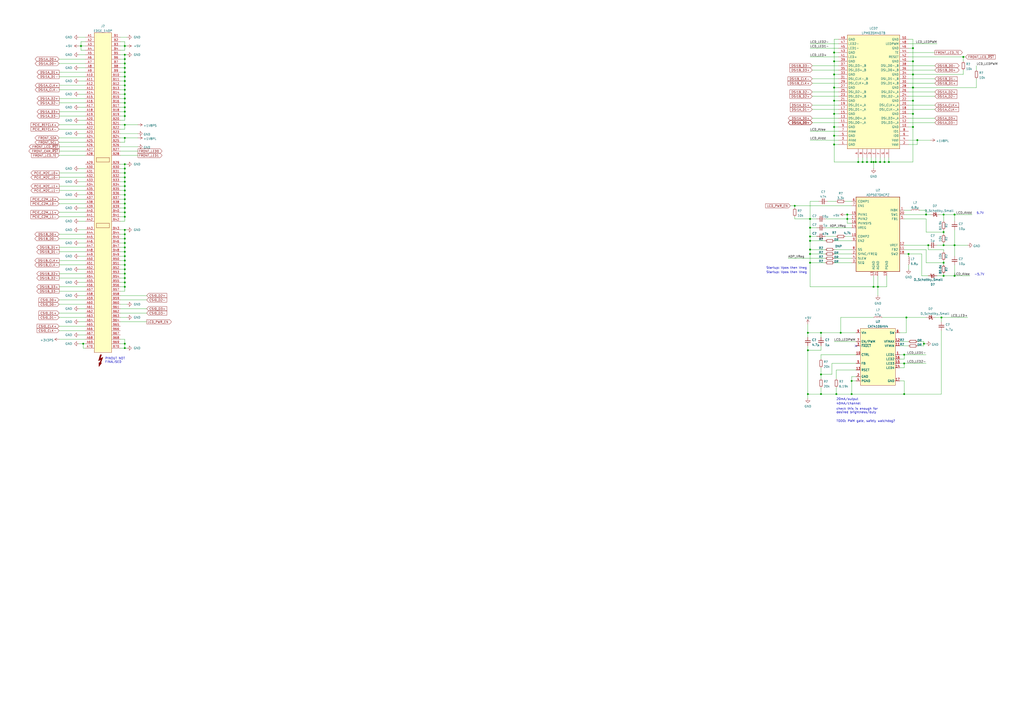
<source format=kicad_sch>
(kicad_sch (version 20210621) (generator eeschema)
  (paper "A2")
  (junction (at 46.99 26.67))
  (junction (at 48.26 199.39))
  (junction (at 72.39 26.67))
  (junction (at 72.39 31.75))
  (junction (at 72.39 34.29))
  (junction (at 72.39 36.83))
  (junction (at 72.39 39.37))
  (junction (at 72.39 41.91))
  (junction (at 72.39 44.45))
  (junction (at 72.39 46.99))
  (junction (at 72.39 49.53))
  (junction (at 72.39 52.07))
  (junction (at 72.39 54.61))
  (junction (at 72.39 57.15))
  (junction (at 72.39 59.69))
  (junction (at 72.39 62.23))
  (junction (at 72.39 64.77))
  (junction (at 72.39 67.31))
  (junction (at 72.39 72.39))
  (junction (at 72.39 80.01))
  (junction (at 72.39 95.25))
  (junction (at 72.39 97.79))
  (junction (at 72.39 100.33))
  (junction (at 72.39 102.87))
  (junction (at 72.39 105.41))
  (junction (at 72.39 107.95))
  (junction (at 72.39 110.49))
  (junction (at 72.39 113.03))
  (junction (at 72.39 115.57))
  (junction (at 72.39 118.11))
  (junction (at 72.39 120.65))
  (junction (at 72.39 123.19))
  (junction (at 72.39 125.73))
  (junction (at 72.39 133.35))
  (junction (at 72.39 135.89))
  (junction (at 72.39 138.43))
  (junction (at 72.39 140.97))
  (junction (at 72.39 143.51))
  (junction (at 72.39 146.05))
  (junction (at 72.39 148.59))
  (junction (at 72.39 151.13))
  (junction (at 72.39 153.67))
  (junction (at 72.39 156.21))
  (junction (at 72.39 158.75))
  (junction (at 72.39 161.29))
  (junction (at 72.39 163.83))
  (junction (at 72.39 166.37))
  (junction (at 72.39 199.39))
  (junction (at 72.39 201.93))
  (junction (at 461.01 119.38))
  (junction (at 468.63 193.04))
  (junction (at 468.63 203.2))
  (junction (at 468.63 228.6))
  (junction (at 469.9 127))
  (junction (at 469.9 132.08))
  (junction (at 469.9 137.16))
  (junction (at 469.9 139.7))
  (junction (at 469.9 144.78))
  (junction (at 469.9 147.32))
  (junction (at 469.9 152.4))
  (junction (at 476.25 193.04))
  (junction (at 476.25 217.17))
  (junction (at 476.25 228.6))
  (junction (at 483.87 30.48))
  (junction (at 483.87 35.56))
  (junction (at 483.87 43.18))
  (junction (at 483.87 50.8))
  (junction (at 483.87 58.42))
  (junction (at 483.87 66.04))
  (junction (at 483.87 73.66))
  (junction (at 483.87 78.74))
  (junction (at 483.87 83.82))
  (junction (at 485.14 228.6))
  (junction (at 487.68 193.04))
  (junction (at 491.49 124.46))
  (junction (at 491.49 127))
  (junction (at 494.03 220.98))
  (junction (at 494.03 228.6))
  (junction (at 497.84 93.98))
  (junction (at 500.38 93.98))
  (junction (at 502.92 93.98))
  (junction (at 505.46 93.98))
  (junction (at 506.73 93.98))
  (junction (at 506.73 166.37))
  (junction (at 508 93.98))
  (junction (at 509.27 166.37))
  (junction (at 510.54 93.98))
  (junction (at 513.08 93.98))
  (junction (at 515.62 93.98))
  (junction (at 524.51 205.74))
  (junction (at 524.51 210.82))
  (junction (at 524.51 228.6))
  (junction (at 525.78 184.15))
  (junction (at 527.05 147.32))
  (junction (at 529.59 27.94))
  (junction (at 529.59 35.56))
  (junction (at 529.59 43.18))
  (junction (at 529.59 50.8))
  (junction (at 529.59 58.42))
  (junction (at 529.59 66.04))
  (junction (at 529.59 73.66))
  (junction (at 532.13 81.28))
  (junction (at 535.94 199.39))
  (junction (at 537.21 124.46))
  (junction (at 538.48 142.24))
  (junction (at 546.1 184.15))
  (junction (at 547.37 124.46))
  (junction (at 547.37 134.62))
  (junction (at 547.37 142.24))
  (junction (at 547.37 152.4))
  (junction (at 547.37 160.02))
  (junction (at 553.72 124.46))
  (junction (at 553.72 142.24))
  (junction (at 553.72 160.02))
  (junction (at 558.8 33.02))
  (no_connect (at 496.57 200.66))
  (wire (pts (xy 34.29 34.29) (xy 49.53 34.29)))
  (wire (pts (xy 34.29 36.83) (xy 49.53 36.83)))
  (wire (pts (xy 34.29 41.91) (xy 49.53 41.91)))
  (wire (pts (xy 34.29 44.45) (xy 49.53 44.45)))
  (wire (pts (xy 34.29 49.53) (xy 49.53 49.53)))
  (wire (pts (xy 34.29 52.07) (xy 49.53 52.07)))
  (wire (pts (xy 34.29 57.15) (xy 49.53 57.15)))
  (wire (pts (xy 34.29 59.69) (xy 49.53 59.69)))
  (wire (pts (xy 34.29 64.77) (xy 49.53 64.77)))
  (wire (pts (xy 34.29 67.31) (xy 49.53 67.31)))
  (wire (pts (xy 34.29 72.39) (xy 49.53 72.39)))
  (wire (pts (xy 34.29 74.93) (xy 49.53 74.93)))
  (wire (pts (xy 34.29 80.01) (xy 49.53 80.01)))
  (wire (pts (xy 34.29 82.55) (xy 49.53 82.55)))
  (wire (pts (xy 34.29 85.09) (xy 49.53 85.09)))
  (wire (pts (xy 34.29 87.63) (xy 49.53 87.63)))
  (wire (pts (xy 34.29 90.17) (xy 49.53 90.17)))
  (wire (pts (xy 34.29 100.33) (xy 49.53 100.33)))
  (wire (pts (xy 34.29 102.87) (xy 49.53 102.87)))
  (wire (pts (xy 34.29 107.95) (xy 49.53 107.95)))
  (wire (pts (xy 34.29 110.49) (xy 49.53 110.49)))
  (wire (pts (xy 34.29 115.57) (xy 49.53 115.57)))
  (wire (pts (xy 34.29 118.11) (xy 49.53 118.11)))
  (wire (pts (xy 34.29 123.19) (xy 49.53 123.19)))
  (wire (pts (xy 34.29 125.73) (xy 49.53 125.73)))
  (wire (pts (xy 34.29 135.89) (xy 49.53 135.89)))
  (wire (pts (xy 34.29 138.43) (xy 49.53 138.43)))
  (wire (pts (xy 34.29 143.51) (xy 49.53 143.51)))
  (wire (pts (xy 34.29 146.05) (xy 49.53 146.05)))
  (wire (pts (xy 34.29 151.13) (xy 49.53 151.13)))
  (wire (pts (xy 34.29 153.67) (xy 49.53 153.67)))
  (wire (pts (xy 34.29 158.75) (xy 49.53 158.75)))
  (wire (pts (xy 34.29 161.29) (xy 49.53 161.29)))
  (wire (pts (xy 34.29 166.37) (xy 49.53 166.37)))
  (wire (pts (xy 34.29 168.91) (xy 49.53 168.91)))
  (wire (pts (xy 34.29 173.99) (xy 49.53 173.99)))
  (wire (pts (xy 34.29 176.53) (xy 49.53 176.53)))
  (wire (pts (xy 34.29 181.61) (xy 49.53 181.61)))
  (wire (pts (xy 34.29 184.15) (xy 49.53 184.15)))
  (wire (pts (xy 34.29 189.23) (xy 49.53 189.23)))
  (wire (pts (xy 34.29 191.77) (xy 49.53 191.77)))
  (wire (pts (xy 34.29 196.85) (xy 49.53 196.85)))
  (wire (pts (xy 45.72 21.59) (xy 49.53 21.59)))
  (wire (pts (xy 45.72 26.67) (xy 46.99 26.67)))
  (wire (pts (xy 45.72 31.75) (xy 49.53 31.75)))
  (wire (pts (xy 45.72 39.37) (xy 49.53 39.37)))
  (wire (pts (xy 45.72 46.99) (xy 49.53 46.99)))
  (wire (pts (xy 45.72 54.61) (xy 49.53 54.61)))
  (wire (pts (xy 45.72 62.23) (xy 49.53 62.23)))
  (wire (pts (xy 45.72 69.85) (xy 49.53 69.85)))
  (wire (pts (xy 45.72 77.47) (xy 49.53 77.47)))
  (wire (pts (xy 45.72 97.79) (xy 49.53 97.79)))
  (wire (pts (xy 45.72 105.41) (xy 49.53 105.41)))
  (wire (pts (xy 45.72 113.03) (xy 49.53 113.03)))
  (wire (pts (xy 45.72 120.65) (xy 49.53 120.65)))
  (wire (pts (xy 45.72 128.27) (xy 49.53 128.27)))
  (wire (pts (xy 45.72 133.35) (xy 49.53 133.35)))
  (wire (pts (xy 45.72 140.97) (xy 49.53 140.97)))
  (wire (pts (xy 45.72 148.59) (xy 49.53 148.59)))
  (wire (pts (xy 45.72 156.21) (xy 49.53 156.21)))
  (wire (pts (xy 45.72 163.83) (xy 49.53 163.83)))
  (wire (pts (xy 45.72 171.45) (xy 49.53 171.45)))
  (wire (pts (xy 45.72 179.07) (xy 49.53 179.07)))
  (wire (pts (xy 45.72 186.69) (xy 49.53 186.69)))
  (wire (pts (xy 45.72 194.31) (xy 49.53 194.31)))
  (wire (pts (xy 45.72 199.39) (xy 48.26 199.39)))
  (wire (pts (xy 46.99 24.13) (xy 46.99 26.67)))
  (wire (pts (xy 46.99 24.13) (xy 49.53 24.13)))
  (wire (pts (xy 46.99 29.21) (xy 46.99 26.67)))
  (wire (pts (xy 48.26 199.39) (xy 49.53 199.39)))
  (wire (pts (xy 48.26 201.93) (xy 48.26 199.39)))
  (wire (pts (xy 49.53 26.67) (xy 46.99 26.67)))
  (wire (pts (xy 49.53 29.21) (xy 46.99 29.21)))
  (wire (pts (xy 49.53 201.93) (xy 48.26 201.93)))
  (wire (pts (xy 69.85 24.13) (xy 72.39 24.13)))
  (wire (pts (xy 69.85 26.67) (xy 72.39 26.67)))
  (wire (pts (xy 69.85 36.83) (xy 72.39 36.83)))
  (wire (pts (xy 69.85 39.37) (xy 72.39 39.37)))
  (wire (pts (xy 69.85 41.91) (xy 72.39 41.91)))
  (wire (pts (xy 69.85 44.45) (xy 72.39 44.45)))
  (wire (pts (xy 69.85 46.99) (xy 72.39 46.99)))
  (wire (pts (xy 69.85 49.53) (xy 72.39 49.53)))
  (wire (pts (xy 69.85 52.07) (xy 72.39 52.07)))
  (wire (pts (xy 69.85 54.61) (xy 72.39 54.61)))
  (wire (pts (xy 69.85 57.15) (xy 72.39 57.15)))
  (wire (pts (xy 69.85 59.69) (xy 72.39 59.69)))
  (wire (pts (xy 69.85 62.23) (xy 72.39 62.23)))
  (wire (pts (xy 69.85 64.77) (xy 72.39 64.77)))
  (wire (pts (xy 69.85 67.31) (xy 72.39 67.31)))
  (wire (pts (xy 69.85 72.39) (xy 72.39 72.39)))
  (wire (pts (xy 69.85 77.47) (xy 80.01 77.47)))
  (wire (pts (xy 69.85 80.01) (xy 72.39 80.01)))
  (wire (pts (xy 69.85 85.09) (xy 80.01 85.09)))
  (wire (pts (xy 69.85 87.63) (xy 80.01 87.63)))
  (wire (pts (xy 69.85 90.17) (xy 80.01 90.17)))
  (wire (pts (xy 69.85 95.25) (xy 72.39 95.25)))
  (wire (pts (xy 69.85 97.79) (xy 72.39 97.79)))
  (wire (pts (xy 69.85 100.33) (xy 72.39 100.33)))
  (wire (pts (xy 69.85 102.87) (xy 72.39 102.87)))
  (wire (pts (xy 69.85 105.41) (xy 72.39 105.41)))
  (wire (pts (xy 69.85 107.95) (xy 72.39 107.95)))
  (wire (pts (xy 69.85 110.49) (xy 72.39 110.49)))
  (wire (pts (xy 69.85 113.03) (xy 72.39 113.03)))
  (wire (pts (xy 69.85 115.57) (xy 72.39 115.57)))
  (wire (pts (xy 69.85 118.11) (xy 72.39 118.11)))
  (wire (pts (xy 69.85 120.65) (xy 72.39 120.65)))
  (wire (pts (xy 69.85 123.19) (xy 72.39 123.19)))
  (wire (pts (xy 69.85 125.73) (xy 72.39 125.73)))
  (wire (pts (xy 69.85 138.43) (xy 72.39 138.43)))
  (wire (pts (xy 69.85 140.97) (xy 72.39 140.97)))
  (wire (pts (xy 69.85 143.51) (xy 72.39 143.51)))
  (wire (pts (xy 69.85 146.05) (xy 72.39 146.05)))
  (wire (pts (xy 69.85 148.59) (xy 72.39 148.59)))
  (wire (pts (xy 69.85 151.13) (xy 72.39 151.13)))
  (wire (pts (xy 69.85 153.67) (xy 72.39 153.67)))
  (wire (pts (xy 69.85 156.21) (xy 72.39 156.21)))
  (wire (pts (xy 69.85 158.75) (xy 72.39 158.75)))
  (wire (pts (xy 69.85 161.29) (xy 72.39 161.29)))
  (wire (pts (xy 69.85 163.83) (xy 72.39 163.83)))
  (wire (pts (xy 69.85 166.37) (xy 72.39 166.37)))
  (wire (pts (xy 69.85 168.91) (xy 72.39 168.91)))
  (wire (pts (xy 69.85 186.69) (xy 85.09 186.69)))
  (wire (pts (xy 69.85 199.39) (xy 72.39 199.39)))
  (wire (pts (xy 69.85 201.93) (xy 72.39 201.93)))
  (wire (pts (xy 72.39 24.13) (xy 72.39 26.67)))
  (wire (pts (xy 72.39 29.21) (xy 69.85 29.21)))
  (wire (pts (xy 72.39 29.21) (xy 72.39 26.67)))
  (wire (pts (xy 72.39 31.75) (xy 69.85 31.75)))
  (wire (pts (xy 72.39 31.75) (xy 72.39 34.29)))
  (wire (pts (xy 72.39 34.29) (xy 69.85 34.29)))
  (wire (pts (xy 72.39 34.29) (xy 72.39 36.83)))
  (wire (pts (xy 72.39 36.83) (xy 72.39 39.37)))
  (wire (pts (xy 72.39 39.37) (xy 72.39 41.91)))
  (wire (pts (xy 72.39 41.91) (xy 72.39 44.45)))
  (wire (pts (xy 72.39 44.45) (xy 72.39 46.99)))
  (wire (pts (xy 72.39 46.99) (xy 72.39 49.53)))
  (wire (pts (xy 72.39 49.53) (xy 72.39 52.07)))
  (wire (pts (xy 72.39 52.07) (xy 72.39 54.61)))
  (wire (pts (xy 72.39 54.61) (xy 72.39 57.15)))
  (wire (pts (xy 72.39 57.15) (xy 72.39 59.69)))
  (wire (pts (xy 72.39 59.69) (xy 72.39 62.23)))
  (wire (pts (xy 72.39 62.23) (xy 72.39 64.77)))
  (wire (pts (xy 72.39 64.77) (xy 72.39 67.31)))
  (wire (pts (xy 72.39 67.31) (xy 72.39 69.85)))
  (wire (pts (xy 72.39 69.85) (xy 69.85 69.85)))
  (wire (pts (xy 72.39 72.39) (xy 72.39 74.93)))
  (wire (pts (xy 72.39 72.39) (xy 80.01 72.39)))
  (wire (pts (xy 72.39 74.93) (xy 69.85 74.93)))
  (wire (pts (xy 72.39 80.01) (xy 72.39 82.55)))
  (wire (pts (xy 72.39 80.01) (xy 80.01 80.01)))
  (wire (pts (xy 72.39 82.55) (xy 69.85 82.55)))
  (wire (pts (xy 72.39 95.25) (xy 72.39 97.79)))
  (wire (pts (xy 72.39 95.25) (xy 73.66 95.25)))
  (wire (pts (xy 72.39 97.79) (xy 72.39 100.33)))
  (wire (pts (xy 72.39 100.33) (xy 72.39 102.87)))
  (wire (pts (xy 72.39 102.87) (xy 72.39 105.41)))
  (wire (pts (xy 72.39 105.41) (xy 72.39 107.95)))
  (wire (pts (xy 72.39 107.95) (xy 72.39 110.49)))
  (wire (pts (xy 72.39 110.49) (xy 72.39 113.03)))
  (wire (pts (xy 72.39 113.03) (xy 72.39 115.57)))
  (wire (pts (xy 72.39 115.57) (xy 72.39 118.11)))
  (wire (pts (xy 72.39 118.11) (xy 72.39 120.65)))
  (wire (pts (xy 72.39 120.65) (xy 72.39 123.19)))
  (wire (pts (xy 72.39 123.19) (xy 72.39 125.73)))
  (wire (pts (xy 72.39 125.73) (xy 72.39 128.27)))
  (wire (pts (xy 72.39 128.27) (xy 69.85 128.27)))
  (wire (pts (xy 72.39 133.35) (xy 69.85 133.35)))
  (wire (pts (xy 72.39 133.35) (xy 72.39 135.89)))
  (wire (pts (xy 72.39 135.89) (xy 69.85 135.89)))
  (wire (pts (xy 72.39 135.89) (xy 72.39 138.43)))
  (wire (pts (xy 72.39 138.43) (xy 72.39 140.97)))
  (wire (pts (xy 72.39 140.97) (xy 72.39 143.51)))
  (wire (pts (xy 72.39 143.51) (xy 72.39 146.05)))
  (wire (pts (xy 72.39 146.05) (xy 72.39 148.59)))
  (wire (pts (xy 72.39 148.59) (xy 72.39 151.13)))
  (wire (pts (xy 72.39 151.13) (xy 72.39 153.67)))
  (wire (pts (xy 72.39 153.67) (xy 72.39 156.21)))
  (wire (pts (xy 72.39 156.21) (xy 72.39 158.75)))
  (wire (pts (xy 72.39 158.75) (xy 72.39 161.29)))
  (wire (pts (xy 72.39 161.29) (xy 72.39 163.83)))
  (wire (pts (xy 72.39 163.83) (xy 72.39 166.37)))
  (wire (pts (xy 72.39 166.37) (xy 72.39 168.91)))
  (wire (pts (xy 72.39 196.85) (xy 69.85 196.85)))
  (wire (pts (xy 72.39 199.39) (xy 72.39 196.85)))
  (wire (pts (xy 72.39 199.39) (xy 72.39 201.93)))
  (wire (pts (xy 72.39 201.93) (xy 73.66 201.93)))
  (wire (pts (xy 73.66 21.59) (xy 69.85 21.59)))
  (wire (pts (xy 73.66 26.67) (xy 72.39 26.67)))
  (wire (pts (xy 73.66 31.75) (xy 72.39 31.75)))
  (wire (pts (xy 73.66 133.35) (xy 72.39 133.35)))
  (wire (pts (xy 73.66 176.53) (xy 69.85 176.53)))
  (wire (pts (xy 73.66 184.15) (xy 69.85 184.15)))
  (wire (pts (xy 85.09 171.45) (xy 69.85 171.45)))
  (wire (pts (xy 85.09 173.99) (xy 69.85 173.99)))
  (wire (pts (xy 85.09 179.07) (xy 69.85 179.07)))
  (wire (pts (xy 85.09 181.61) (xy 69.85 181.61)))
  (wire (pts (xy 457.2 149.86) (xy 478.79 149.86)))
  (wire (pts (xy 458.47 119.38) (xy 461.01 119.38)))
  (wire (pts (xy 461.01 119.38) (xy 461.01 120.65)))
  (wire (pts (xy 461.01 119.38) (xy 494.03 119.38)))
  (wire (pts (xy 461.01 127) (xy 461.01 125.73)))
  (wire (pts (xy 468.63 187.96) (xy 468.63 193.04)))
  (wire (pts (xy 468.63 193.04) (xy 468.63 195.58)))
  (wire (pts (xy 468.63 193.04) (xy 476.25 193.04)))
  (wire (pts (xy 468.63 203.2) (xy 468.63 200.66)))
  (wire (pts (xy 468.63 203.2) (xy 468.63 228.6)))
  (wire (pts (xy 468.63 228.6) (xy 468.63 231.14)))
  (wire (pts (xy 468.63 228.6) (xy 476.25 228.6)))
  (wire (pts (xy 469.9 25.4) (xy 486.41 25.4)))
  (wire (pts (xy 469.9 27.94) (xy 486.41 27.94)))
  (wire (pts (xy 469.9 33.02) (xy 486.41 33.02)))
  (wire (pts (xy 469.9 76.2) (xy 486.41 76.2)))
  (wire (pts (xy 469.9 81.28) (xy 486.41 81.28)))
  (wire (pts (xy 469.9 116.84) (xy 474.98 116.84)))
  (wire (pts (xy 469.9 127) (xy 461.01 127)))
  (wire (pts (xy 469.9 127) (xy 469.9 116.84)))
  (wire (pts (xy 469.9 127) (xy 469.9 132.08)))
  (wire (pts (xy 469.9 127) (xy 473.71 127)))
  (wire (pts (xy 469.9 132.08) (xy 469.9 137.16)))
  (wire (pts (xy 469.9 132.08) (xy 473.71 132.08)))
  (wire (pts (xy 469.9 137.16) (xy 473.71 137.16)))
  (wire (pts (xy 469.9 139.7) (xy 469.9 137.16)))
  (wire (pts (xy 469.9 139.7) (xy 478.79 139.7)))
  (wire (pts (xy 469.9 144.78) (xy 469.9 139.7)))
  (wire (pts (xy 469.9 144.78) (xy 469.9 147.32)))
  (wire (pts (xy 469.9 147.32) (xy 478.79 147.32)))
  (wire (pts (xy 469.9 152.4) (xy 469.9 147.32)))
  (wire (pts (xy 469.9 152.4) (xy 469.9 166.37)))
  (wire (pts (xy 469.9 166.37) (xy 506.73 166.37)))
  (wire (pts (xy 471.17 38.1) (xy 486.41 38.1)))
  (wire (pts (xy 471.17 40.64) (xy 486.41 40.64)))
  (wire (pts (xy 471.17 45.72) (xy 486.41 45.72)))
  (wire (pts (xy 471.17 48.26) (xy 486.41 48.26)))
  (wire (pts (xy 471.17 53.34) (xy 486.41 53.34)))
  (wire (pts (xy 471.17 55.88) (xy 486.41 55.88)))
  (wire (pts (xy 471.17 60.96) (xy 486.41 60.96)))
  (wire (pts (xy 471.17 63.5) (xy 486.41 63.5)))
  (wire (pts (xy 471.17 68.58) (xy 486.41 68.58)))
  (wire (pts (xy 471.17 71.12) (xy 486.41 71.12)))
  (wire (pts (xy 476.25 193.04) (xy 476.25 195.58)))
  (wire (pts (xy 476.25 193.04) (xy 487.68 193.04)))
  (wire (pts (xy 476.25 200.66) (xy 476.25 203.2)))
  (wire (pts (xy 476.25 203.2) (xy 468.63 203.2)))
  (wire (pts (xy 476.25 205.74) (xy 496.57 205.74)))
  (wire (pts (xy 476.25 208.28) (xy 476.25 205.74)))
  (wire (pts (xy 476.25 213.36) (xy 476.25 217.17)))
  (wire (pts (xy 476.25 217.17) (xy 476.25 219.71)))
  (wire (pts (xy 476.25 224.79) (xy 476.25 228.6)))
  (wire (pts (xy 476.25 228.6) (xy 485.14 228.6)))
  (wire (pts (xy 478.79 127) (xy 491.49 127)))
  (wire (pts (xy 478.79 132.08) (xy 494.03 132.08)))
  (wire (pts (xy 478.79 137.16) (xy 485.14 137.16)))
  (wire (pts (xy 478.79 144.78) (xy 469.9 144.78)))
  (wire (pts (xy 478.79 152.4) (xy 469.9 152.4)))
  (wire (pts (xy 480.06 116.84) (xy 485.14 116.84)))
  (wire (pts (xy 482.6 210.82) (xy 482.6 217.17)))
  (wire (pts (xy 482.6 217.17) (xy 476.25 217.17)))
  (wire (pts (xy 483.87 22.86) (xy 486.41 22.86)))
  (wire (pts (xy 483.87 30.48) (xy 483.87 22.86)))
  (wire (pts (xy 483.87 30.48) (xy 486.41 30.48)))
  (wire (pts (xy 483.87 35.56) (xy 483.87 30.48)))
  (wire (pts (xy 483.87 35.56) (xy 486.41 35.56)))
  (wire (pts (xy 483.87 43.18) (xy 483.87 35.56)))
  (wire (pts (xy 483.87 43.18) (xy 486.41 43.18)))
  (wire (pts (xy 483.87 50.8) (xy 483.87 43.18)))
  (wire (pts (xy 483.87 50.8) (xy 486.41 50.8)))
  (wire (pts (xy 483.87 58.42) (xy 483.87 50.8)))
  (wire (pts (xy 483.87 58.42) (xy 486.41 58.42)))
  (wire (pts (xy 483.87 66.04) (xy 483.87 58.42)))
  (wire (pts (xy 483.87 66.04) (xy 486.41 66.04)))
  (wire (pts (xy 483.87 73.66) (xy 483.87 66.04)))
  (wire (pts (xy 483.87 73.66) (xy 486.41 73.66)))
  (wire (pts (xy 483.87 78.74) (xy 483.87 73.66)))
  (wire (pts (xy 483.87 78.74) (xy 486.41 78.74)))
  (wire (pts (xy 483.87 83.82) (xy 483.87 78.74)))
  (wire (pts (xy 483.87 83.82) (xy 486.41 83.82)))
  (wire (pts (xy 483.87 93.98) (xy 483.87 83.82)))
  (wire (pts (xy 483.87 139.7) (xy 494.03 139.7)))
  (wire (pts (xy 483.87 144.78) (xy 494.03 144.78)))
  (wire (pts (xy 483.87 147.32) (xy 494.03 147.32)))
  (wire (pts (xy 483.87 149.86) (xy 494.03 149.86)))
  (wire (pts (xy 483.87 152.4) (xy 494.03 152.4)))
  (wire (pts (xy 483.87 198.12) (xy 496.57 198.12)))
  (wire (pts (xy 485.14 214.63) (xy 496.57 214.63)))
  (wire (pts (xy 485.14 219.71) (xy 485.14 214.63)))
  (wire (pts (xy 485.14 224.79) (xy 485.14 228.6)))
  (wire (pts (xy 485.14 228.6) (xy 494.03 228.6)))
  (wire (pts (xy 487.68 184.15) (xy 487.68 193.04)))
  (wire (pts (xy 487.68 193.04) (xy 496.57 193.04)))
  (wire (pts (xy 490.22 116.84) (xy 494.03 116.84)))
  (wire (pts (xy 490.22 124.46) (xy 491.49 124.46)))
  (wire (pts (xy 490.22 137.16) (xy 494.03 137.16)))
  (wire (pts (xy 491.49 124.46) (xy 494.03 124.46)))
  (wire (pts (xy 491.49 127) (xy 491.49 124.46)))
  (wire (pts (xy 491.49 129.54) (xy 491.49 127)))
  (wire (pts (xy 494.03 127) (xy 491.49 127)))
  (wire (pts (xy 494.03 129.54) (xy 491.49 129.54)))
  (wire (pts (xy 494.03 218.44) (xy 496.57 218.44)))
  (wire (pts (xy 494.03 220.98) (xy 494.03 218.44)))
  (wire (pts (xy 494.03 220.98) (xy 496.57 220.98)))
  (wire (pts (xy 494.03 228.6) (xy 494.03 220.98)))
  (wire (pts (xy 494.03 228.6) (xy 524.51 228.6)))
  (wire (pts (xy 496.57 210.82) (xy 482.6 210.82)))
  (wire (pts (xy 497.84 93.98) (xy 483.87 93.98)))
  (wire (pts (xy 497.84 93.98) (xy 497.84 91.44)))
  (wire (pts (xy 497.84 93.98) (xy 500.38 93.98)))
  (wire (pts (xy 500.38 91.44) (xy 500.38 93.98)))
  (wire (pts (xy 500.38 93.98) (xy 502.92 93.98)))
  (wire (pts (xy 502.92 91.44) (xy 502.92 93.98)))
  (wire (pts (xy 502.92 93.98) (xy 505.46 93.98)))
  (wire (pts (xy 505.46 91.44) (xy 505.46 93.98)))
  (wire (pts (xy 505.46 93.98) (xy 506.73 93.98)))
  (wire (pts (xy 506.73 97.79) (xy 506.73 93.98)))
  (wire (pts (xy 506.73 160.02) (xy 506.73 166.37)))
  (wire (pts (xy 506.73 166.37) (xy 509.27 166.37)))
  (wire (pts (xy 506.73 184.15) (xy 487.68 184.15)))
  (wire (pts (xy 508 91.44) (xy 508 93.98)))
  (wire (pts (xy 508 93.98) (xy 506.73 93.98)))
  (wire (pts (xy 508 93.98) (xy 510.54 93.98)))
  (wire (pts (xy 509.27 160.02) (xy 509.27 166.37)))
  (wire (pts (xy 509.27 166.37) (xy 509.27 171.45)))
  (wire (pts (xy 509.27 166.37) (xy 514.35 166.37)))
  (wire (pts (xy 510.54 93.98) (xy 510.54 91.44)))
  (wire (pts (xy 511.81 184.15) (xy 525.78 184.15)))
  (wire (pts (xy 513.08 91.44) (xy 513.08 93.98)))
  (wire (pts (xy 513.08 93.98) (xy 510.54 93.98)))
  (wire (pts (xy 513.08 93.98) (xy 515.62 93.98)))
  (wire (pts (xy 514.35 166.37) (xy 514.35 160.02)))
  (wire (pts (xy 515.62 93.98) (xy 515.62 91.44)))
  (wire (pts (xy 515.62 93.98) (xy 529.59 93.98)))
  (wire (pts (xy 521.97 198.12) (xy 527.05 198.12)))
  (wire (pts (xy 521.97 200.66) (xy 527.05 200.66)))
  (wire (pts (xy 521.97 205.74) (xy 524.51 205.74)))
  (wire (pts (xy 521.97 213.36) (xy 524.51 213.36)))
  (wire (pts (xy 524.51 121.92) (xy 528.32 121.92)))
  (wire (pts (xy 524.51 124.46) (xy 537.21 124.46)))
  (wire (pts (xy 524.51 127) (xy 537.21 127)))
  (wire (pts (xy 524.51 142.24) (xy 538.48 142.24)))
  (wire (pts (xy 524.51 147.32) (xy 527.05 147.32)))
  (wire (pts (xy 524.51 205.74) (xy 524.51 208.28)))
  (wire (pts (xy 524.51 205.74) (xy 537.21 205.74)))
  (wire (pts (xy 524.51 208.28) (xy 521.97 208.28)))
  (wire (pts (xy 524.51 210.82) (xy 521.97 210.82)))
  (wire (pts (xy 524.51 210.82) (xy 537.21 210.82)))
  (wire (pts (xy 524.51 213.36) (xy 524.51 210.82)))
  (wire (pts (xy 524.51 220.98) (xy 521.97 220.98)))
  (wire (pts (xy 524.51 228.6) (xy 524.51 220.98)))
  (wire (pts (xy 525.78 184.15) (xy 525.78 193.04)))
  (wire (pts (xy 525.78 184.15) (xy 537.21 184.15)))
  (wire (pts (xy 525.78 193.04) (xy 521.97 193.04)))
  (wire (pts (xy 527.05 25.4) (xy 543.56 25.4)))
  (wire (pts (xy 527.05 27.94) (xy 529.59 27.94)))
  (wire (pts (xy 527.05 30.48) (xy 542.29 30.48)))
  (wire (pts (xy 527.05 33.02) (xy 558.8 33.02)))
  (wire (pts (xy 527.05 35.56) (xy 529.59 35.56)))
  (wire (pts (xy 527.05 43.18) (xy 529.59 43.18)))
  (wire (pts (xy 527.05 50.8) (xy 529.59 50.8)))
  (wire (pts (xy 527.05 58.42) (xy 529.59 58.42)))
  (wire (pts (xy 527.05 66.04) (xy 529.59 66.04)))
  (wire (pts (xy 527.05 73.66) (xy 529.59 73.66)))
  (wire (pts (xy 527.05 81.28) (xy 532.13 81.28)))
  (wire (pts (xy 527.05 83.82) (xy 532.13 83.82)))
  (wire (pts (xy 527.05 147.32) (xy 527.05 148.59)))
  (wire (pts (xy 527.05 153.67) (xy 527.05 156.21)))
  (wire (pts (xy 529.59 22.86) (xy 527.05 22.86)))
  (wire (pts (xy 529.59 27.94) (xy 529.59 22.86)))
  (wire (pts (xy 529.59 35.56) (xy 529.59 27.94)))
  (wire (pts (xy 529.59 43.18) (xy 529.59 35.56)))
  (wire (pts (xy 529.59 50.8) (xy 529.59 43.18)))
  (wire (pts (xy 529.59 50.8) (xy 566.42 50.8)))
  (wire (pts (xy 529.59 58.42) (xy 529.59 50.8)))
  (wire (pts (xy 529.59 66.04) (xy 529.59 58.42)))
  (wire (pts (xy 529.59 73.66) (xy 529.59 66.04)))
  (wire (pts (xy 529.59 93.98) (xy 529.59 73.66)))
  (wire (pts (xy 532.13 81.28) (xy 532.13 83.82)))
  (wire (pts (xy 532.13 81.28) (xy 539.75 81.28)))
  (wire (pts (xy 532.13 198.12) (xy 535.94 198.12)))
  (wire (pts (xy 532.13 200.66) (xy 535.94 200.66)))
  (wire (pts (xy 534.67 147.32) (xy 527.05 147.32)))
  (wire (pts (xy 534.67 160.02) (xy 534.67 147.32)))
  (wire (pts (xy 535.94 198.12) (xy 535.94 199.39)))
  (wire (pts (xy 535.94 199.39) (xy 535.94 200.66)))
  (wire (pts (xy 535.94 199.39) (xy 537.21 199.39)))
  (wire (pts (xy 537.21 121.92) (xy 533.4 121.92)))
  (wire (pts (xy 537.21 124.46) (xy 537.21 121.92)))
  (wire (pts (xy 537.21 124.46) (xy 539.75 124.46)))
  (wire (pts (xy 537.21 134.62) (xy 537.21 127)))
  (wire (pts (xy 537.21 144.78) (xy 524.51 144.78)))
  (wire (pts (xy 537.21 152.4) (xy 537.21 144.78)))
  (wire (pts (xy 538.48 144.78) (xy 538.48 142.24)))
  (wire (pts (xy 538.48 160.02) (xy 534.67 160.02)))
  (wire (pts (xy 542.29 38.1) (xy 527.05 38.1)))
  (wire (pts (xy 542.29 40.64) (xy 527.05 40.64)))
  (wire (pts (xy 542.29 45.72) (xy 527.05 45.72)))
  (wire (pts (xy 542.29 48.26) (xy 527.05 48.26)))
  (wire (pts (xy 542.29 53.34) (xy 527.05 53.34)))
  (wire (pts (xy 542.29 55.88) (xy 527.05 55.88)))
  (wire (pts (xy 542.29 60.96) (xy 527.05 60.96)))
  (wire (pts (xy 542.29 63.5) (xy 527.05 63.5)))
  (wire (pts (xy 542.29 68.58) (xy 527.05 68.58)))
  (wire (pts (xy 542.29 71.12) (xy 527.05 71.12)))
  (wire (pts (xy 543.56 142.24) (xy 547.37 142.24)))
  (wire (pts (xy 543.56 160.02) (xy 547.37 160.02)))
  (wire (pts (xy 544.83 124.46) (xy 547.37 124.46)))
  (wire (pts (xy 546.1 184.15) (xy 542.29 184.15)))
  (wire (pts (xy 546.1 184.15) (xy 561.34 184.15)))
  (wire (pts (xy 546.1 186.69) (xy 546.1 184.15)))
  (wire (pts (xy 546.1 191.77) (xy 546.1 228.6)))
  (wire (pts (xy 546.1 228.6) (xy 524.51 228.6)))
  (wire (pts (xy 547.37 124.46) (xy 547.37 128.27)))
  (wire (pts (xy 547.37 133.35) (xy 547.37 134.62)))
  (wire (pts (xy 547.37 134.62) (xy 537.21 134.62)))
  (wire (pts (xy 547.37 134.62) (xy 547.37 135.89)))
  (wire (pts (xy 547.37 140.97) (xy 547.37 142.24)))
  (wire (pts (xy 547.37 142.24) (xy 553.72 142.24)))
  (wire (pts (xy 547.37 144.78) (xy 538.48 144.78)))
  (wire (pts (xy 547.37 146.05) (xy 547.37 144.78)))
  (wire (pts (xy 547.37 151.13) (xy 547.37 152.4)))
  (wire (pts (xy 547.37 152.4) (xy 537.21 152.4)))
  (wire (pts (xy 547.37 152.4) (xy 547.37 153.67)))
  (wire (pts (xy 547.37 158.75) (xy 547.37 160.02)))
  (wire (pts (xy 547.37 160.02) (xy 553.72 160.02)))
  (wire (pts (xy 553.72 124.46) (xy 547.37 124.46)))
  (wire (pts (xy 553.72 124.46) (xy 563.88 124.46)))
  (wire (pts (xy 553.72 128.27) (xy 553.72 124.46)))
  (wire (pts (xy 553.72 133.35) (xy 553.72 142.24)))
  (wire (pts (xy 553.72 142.24) (xy 553.72 148.59)))
  (wire (pts (xy 553.72 142.24) (xy 561.34 142.24)))
  (wire (pts (xy 553.72 160.02) (xy 553.72 153.67)))
  (wire (pts (xy 553.72 160.02) (xy 562.61 160.02)))
  (wire (pts (xy 558.8 33.02) (xy 558.8 35.56)))
  (wire (pts (xy 558.8 33.02) (xy 560.07 33.02)))
  (wire (pts (xy 558.8 40.64) (xy 558.8 43.18)))
  (wire (pts (xy 558.8 43.18) (xy 529.59 43.18)))
  (wire (pts (xy 566.42 38.1) (xy 566.42 40.64)))
  (wire (pts (xy 566.42 45.72) (xy 566.42 50.8)))
  (text "PINOUT NOT\nFINALISED" (at 60.96 210.82 0) (effects (font (size 1.27 1.27)) (justify left bottom)))
  (text "Startup: Vpos then Vneg" (at 444.5 156.21 0) (effects (font (size 1.27 1.27)) (justify left bottom)))
  (text "Startup: Vpos then Vneg" (at 444.5 158.75 0) (effects (font (size 1.27 1.27)) (justify left bottom)))
  (text "20mA/output" (at 485.14 232.41 0) (effects (font (size 1.27 1.27)) (justify left bottom)))
  (text "40mA/channel\n" (at 485.14 234.95 0) (effects (font (size 1.27 1.27)) (justify left bottom)))
  (text "check this is enough for\ndesired brightness/duty" (at 485.14 240.03 0) (effects (font (size 1.27 1.27)) (justify left bottom)))
  (text "TODO: PWM gate, safety watchdog?" (at 485.14 245.11 0) (effects (font (size 1.27 1.27)) (justify left bottom)))
  (text "-5.7V" (at 565.15 160.02 0) (effects (font (size 1.27 1.27)) (justify left bottom)))
  (text "5.7V" (at 566.42 124.46 0) (effects (font (size 1.27 1.27)) (justify left bottom)))
  (label "ADP_VReg" (at 457.2 149.86 0))
  (label "LCD_LED2-" (at 469.9 25.4 0))
  (label "LCD_LED1-" (at 469.9 27.94 0))
  (label "LCD_LED+" (at 469.9 33.02 0))
  (label "LCD_AVee" (at 469.9 76.2 0))
  (label "LCD_AVdd" (at 469.9 81.28 0))
  (label "ADP_VReg" (at 481.33 132.08 0))
  (label "LCD_LEDPWM" (at 483.87 198.12 0))
  (label "LCD_LED1-" (at 537.21 205.74 180))
  (label "LCD_LED2-" (at 537.21 210.82 180))
  (label "LCD_LEDPWM" (at 543.56 25.4 180))
  (label "LCD_LED+" (at 561.34 184.15 180))
  (label "LCD_AVee" (at 562.61 160.02 180))
  (label "LCD_AVdd" (at 563.88 124.46 180))
  (label "LCD_LEDPWM" (at 566.42 38.1 0))
  (global_label "DSI1A_D0+" (shape bidirectional) (at 34.29 34.29 180) (property "Intersheet References" "${INTERSHEET_REFS}" (effects hide)))
  (global_label "DSI1A_D0-" (shape bidirectional) (at 34.29 36.83 180) (property "Intersheet References" "${INTERSHEET_REFS}" (effects hide)))
  (global_label "DSI1A_D1+" (shape output) (at 34.29 41.91 180) (property "Intersheet References" "${INTERSHEET_REFS}" (effects hide)))
  (global_label "DSI1A_D1-" (shape output) (at 34.29 44.45 180) (property "Intersheet References" "${INTERSHEET_REFS}" (effects hide)))
  (global_label "DSI1A_CLK+" (shape output) (at 34.29 49.53 180) (property "Intersheet References" "${INTERSHEET_REFS}" (effects hide)))
  (global_label "DSI1A_CLK-" (shape output) (at 34.29 52.07 180) (property "Intersheet References" "${INTERSHEET_REFS}" (effects hide)))
  (global_label "DSI1A_D2+" (shape output) (at 34.29 57.15 180) (property "Intersheet References" "${INTERSHEET_REFS}" (effects hide)))
  (global_label "DSI1A_D2-" (shape output) (at 34.29 59.69 180) (property "Intersheet References" "${INTERSHEET_REFS}" (effects hide)))
  (global_label "DSI1A_D3+" (shape output) (at 34.29 64.77 180) (property "Intersheet References" "${INTERSHEET_REFS}" (effects hide)))
  (global_label "DSI1A_D3-" (shape output) (at 34.29 67.31 180) (property "Intersheet References" "${INTERSHEET_REFS}" (effects hide)))
  (global_label "PCIE_REFCLK+" (shape input) (at 34.29 72.39 180) (property "Intersheet References" "${INTERSHEET_REFS}" (effects hide)))
  (global_label "PCIE_REFCLK-" (shape input) (at 34.29 74.93 180) (property "Intersheet References" "${INTERSHEET_REFS}" (effects hide)))
  (global_label "FRONT_SDA" (shape bidirectional) (at 34.29 80.01 180) (property "Intersheet References" "${INTERSHEET_REFS}" (effects hide)))
  (global_label "FRONT_SCL" (shape bidirectional) (at 34.29 82.55 180) (property "Intersheet References" "${INTERSHEET_REFS}" (effects hide)))
  (global_label "FRONT_LCD_~{RST}" (shape output) (at 34.29 85.09 180) (property "Intersheet References" "${INTERSHEET_REFS}" (effects hide)))
  (global_label "FRONT_CAM_~{RST}" (shape output) (at 34.29 87.63 180) (property "Intersheet References" "${INTERSHEET_REFS}" (effects hide)))
  (global_label "FRONT_LCD_TE" (shape input) (at 34.29 90.17 180) (property "Intersheet References" "${INTERSHEET_REFS}" (effects hide)))
  (global_label "PCIE_M2C_L0+" (shape output) (at 34.29 100.33 180) (property "Intersheet References" "${INTERSHEET_REFS}" (effects hide)))
  (global_label "PCIE_M2C_L0-" (shape output) (at 34.29 102.87 180) (property "Intersheet References" "${INTERSHEET_REFS}" (effects hide)))
  (global_label "PCIE_M2C_L1+" (shape output) (at 34.29 107.95 180) (property "Intersheet References" "${INTERSHEET_REFS}" (effects hide)))
  (global_label "PCIE_M2C_L1-" (shape output) (at 34.29 110.49 180) (property "Intersheet References" "${INTERSHEET_REFS}" (effects hide)))
  (global_label "PCIE_C2M_L0+" (shape input) (at 34.29 115.57 180) (property "Intersheet References" "${INTERSHEET_REFS}" (effects hide)))
  (global_label "PCIE_C2M_L0-" (shape input) (at 34.29 118.11 180) (property "Intersheet References" "${INTERSHEET_REFS}" (effects hide)))
  (global_label "PCIE_C2M_L1+" (shape input) (at 34.29 123.19 180) (property "Intersheet References" "${INTERSHEET_REFS}" (effects hide)))
  (global_label "PCIE_C2M_L1-" (shape input) (at 34.29 125.73 180) (property "Intersheet References" "${INTERSHEET_REFS}" (effects hide)))
  (global_label "DSI1B_D0+" (shape bidirectional) (at 34.29 135.89 180) (property "Intersheet References" "${INTERSHEET_REFS}" (effects hide)))
  (global_label "DSI1B_D0-" (shape bidirectional) (at 34.29 138.43 180) (property "Intersheet References" "${INTERSHEET_REFS}" (effects hide)))
  (global_label "DSI1B_D1+" (shape output) (at 34.29 143.51 180) (property "Intersheet References" "${INTERSHEET_REFS}" (effects hide)))
  (global_label "DSI1B_D1-" (shape output) (at 34.29 146.05 180) (property "Intersheet References" "${INTERSHEET_REFS}" (effects hide)))
  (global_label "DSI1B_CLK+" (shape output) (at 34.29 151.13 180) (property "Intersheet References" "${INTERSHEET_REFS}" (effects hide)))
  (global_label "DSI1B_CLK-" (shape output) (at 34.29 153.67 180) (property "Intersheet References" "${INTERSHEET_REFS}" (effects hide)))
  (global_label "DSI1B_D2+" (shape output) (at 34.29 158.75 180) (property "Intersheet References" "${INTERSHEET_REFS}" (effects hide)))
  (global_label "DSI1B_D2-" (shape output) (at 34.29 161.29 180) (property "Intersheet References" "${INTERSHEET_REFS}" (effects hide)))
  (global_label "DSI1B_D3+" (shape output) (at 34.29 166.37 180) (property "Intersheet References" "${INTERSHEET_REFS}" (effects hide)))
  (global_label "DSI1B_D3-" (shape output) (at 34.29 168.91 180) (property "Intersheet References" "${INTERSHEET_REFS}" (effects hide)))
  (global_label "CSI0_D0+" (shape input) (at 34.29 173.99 180) (property "Intersheet References" "${INTERSHEET_REFS}" (effects hide)))
  (global_label "CSI0_D0-" (shape input) (at 34.29 176.53 180) (property "Intersheet References" "${INTERSHEET_REFS}" (effects hide)))
  (global_label "CSI0_D1+" (shape input) (at 34.29 181.61 180) (property "Intersheet References" "${INTERSHEET_REFS}" (effects hide)))
  (global_label "CSI0_D1-" (shape input) (at 34.29 184.15 180) (property "Intersheet References" "${INTERSHEET_REFS}" (effects hide)))
  (global_label "CSI0_CLK+" (shape input) (at 34.29 189.23 180) (property "Intersheet References" "${INTERSHEET_REFS}" (effects hide)))
  (global_label "CSI0_CLK-" (shape input) (at 34.29 191.77 180) (property "Intersheet References" "${INTERSHEET_REFS}" (effects hide)))
  (global_label "FRONT_LED0" (shape output) (at 80.01 87.63 0) (property "Intersheet References" "${INTERSHEET_REFS}" (effects hide)))
  (global_label "FRONT_LED1" (shape output) (at 80.01 90.17 0) (property "Intersheet References" "${INTERSHEET_REFS}" (effects hide)))
  (global_label "CSI0_D2+" (shape input) (at 85.09 171.45 0) (property "Intersheet References" "${INTERSHEET_REFS}" (effects hide)))
  (global_label "CSI0_D2-" (shape input) (at 85.09 173.99 0) (property "Intersheet References" "${INTERSHEET_REFS}" (effects hide)))
  (global_label "CSI0_D3+" (shape input) (at 85.09 179.07 0) (property "Intersheet References" "${INTERSHEET_REFS}" (effects hide)))
  (global_label "CSI0_D3-" (shape input) (at 85.09 181.61 0) (property "Intersheet References" "${INTERSHEET_REFS}" (effects hide)))
  (global_label "LCD_PWR_EN" (shape output) (at 85.09 186.69 0) (property "Intersheet References" "${INTERSHEET_REFS}" (effects hide)))
  (global_label "LCD_PWR_EN" (shape input) (at 458.47 119.38 180) (property "Intersheet References" "${INTERSHEET_REFS}" (effects hide)))
  (global_label "DSI1B_D3-" (shape input) (at 471.17 38.1 180) (property "Intersheet References" "${INTERSHEET_REFS}" (effects hide)))
  (global_label "DSI1B_D3+" (shape input) (at 471.17 40.64 180) (property "Intersheet References" "${INTERSHEET_REFS}" (effects hide)))
  (global_label "DSI1B_CLK-" (shape input) (at 471.17 45.72 180) (property "Intersheet References" "${INTERSHEET_REFS}" (effects hide)))
  (global_label "DSI1B_CLK+" (shape input) (at 471.17 48.26 180) (property "Intersheet References" "${INTERSHEET_REFS}" (effects hide)))
  (global_label "DSI1B_D2-" (shape input) (at 471.17 53.34 180) (property "Intersheet References" "${INTERSHEET_REFS}" (effects hide)))
  (global_label "DSI1B_D2+" (shape input) (at 471.17 55.88 180) (property "Intersheet References" "${INTERSHEET_REFS}" (effects hide)))
  (global_label "DSI1A_D1+" (shape input) (at 471.17 60.96 180) (property "Intersheet References" "${INTERSHEET_REFS}" (effects hide)))
  (global_label "DSI1A_D1-" (shape input) (at 471.17 63.5 180) (property "Intersheet References" "${INTERSHEET_REFS}" (effects hide)))
  (global_label "DSI1A_D0+" (shape bidirectional) (at 471.17 68.58 180) (property "Intersheet References" "${INTERSHEET_REFS}" (effects hide)))
  (global_label "DSI1A_D0+" (shape bidirectional) (at 471.17 71.12 180) (property "Intersheet References" "${INTERSHEET_REFS}" (effects hide)))
  (global_label "DSI1A_D0-" (shape bidirectional) (at 471.17 71.12 180) (property "Intersheet References" "${INTERSHEET_REFS}" (effects hide)))
  (global_label "FRONT_LCD_TE" (shape output) (at 542.29 30.48 0) (property "Intersheet References" "${INTERSHEET_REFS}" (effects hide)))
  (global_label "DSI1B_D0-" (shape bidirectional) (at 542.29 38.1 0) (property "Intersheet References" "${INTERSHEET_REFS}" (effects hide)))
  (global_label "DSI1B_D0+" (shape bidirectional) (at 542.29 40.64 0) (property "Intersheet References" "${INTERSHEET_REFS}" (effects hide)))
  (global_label "DSI1B_D1-" (shape input) (at 542.29 45.72 0) (property "Intersheet References" "${INTERSHEET_REFS}" (effects hide)))
  (global_label "DSI1B_D1+" (shape input) (at 542.29 48.26 0) (property "Intersheet References" "${INTERSHEET_REFS}" (effects hide)))
  (global_label "DSI1A_D2+" (shape input) (at 542.29 53.34 0) (property "Intersheet References" "${INTERSHEET_REFS}" (effects hide)))
  (global_label "DSI1A_D2-" (shape input) (at 542.29 55.88 0) (property "Intersheet References" "${INTERSHEET_REFS}" (effects hide)))
  (global_label "DSI1A_CLK+" (shape input) (at 542.29 60.96 0) (property "Intersheet References" "${INTERSHEET_REFS}" (effects hide)))
  (global_label "DSI1A_CLK-" (shape input) (at 542.29 63.5 0) (property "Intersheet References" "${INTERSHEET_REFS}" (effects hide)))
  (global_label "DSI1A_D3+" (shape input) (at 542.29 68.58 0) (property "Intersheet References" "${INTERSHEET_REFS}" (effects hide)))
  (global_label "DSI1A_D3-" (shape input) (at 542.29 71.12 0) (property "Intersheet References" "${INTERSHEET_REFS}" (effects hide)))
  (global_label "FRONT_LCD_~{RST}" (shape input) (at 560.07 33.02 0) (property "Intersheet References" "${INTERSHEET_REFS}" (effects hide)))
  (symbol (lib_id "meowality:+3V3PS") (at 34.29 196.85 90) (unit 1)
    (property "Reference" "#PWR?" (effects hide))
    (property "Value" "+3V3PS" (at 31.115 197.329 90) (effects (justify left)))
  )
  (symbol (lib_id "power:+5V") (at 45.72 26.67 90) (unit 1)
    (property "Reference" "#PWR?" (effects hide))
    (property "Value" "+5V" (at 41.91 26.6699 90) (effects (justify left)))
  )
  (symbol (lib_id "power:+5V") (at 73.66 26.67 270) (unit 1)
    (property "Reference" "#PWR?" (effects hide))
    (property "Value" "+5V" (at 77.47 26.6701 90) (effects (justify left)))
  )
  (symbol (lib_id "meowality:+1V8PS") (at 80.01 72.39 270) (unit 1)
    (property "Reference" "#PWR?" (effects hide))
    (property "Value" "+1V8PS" (at 83.185 72.869 90) (effects (justify left)))
  )
  (symbol (lib_id "meowality:+1V8PL") (at 80.01 80.01 270) (unit 1)
    (property "Reference" "#PWR?" (effects hide))
    (property "Value" "+1V8PL" (at 83.185 80.489 90) (effects (justify left)))
  )
  (symbol (lib_id "power:+5V") (at 468.63 187.96 0) (unit 1)
    (property "Reference" "#PWR?" (effects hide))
    (property "Value" "+5V" (at 468.63 184.3555 0))
  )
  (symbol (lib_id "power:+5V") (at 490.22 124.46 90) (unit 1)
    (property "Reference" "#PWR?" (effects hide))
    (property "Value" "+5V" (at 487.045 124.939 90) (effects (justify left)))
  )
  (symbol (lib_id "meowality:+1V8PL") (at 539.75 81.28 270) (unit 1)
    (property "Reference" "#PWR?" (effects hide))
    (property "Value" "+1V8PL" (at 542.925 81.759 90) (effects (justify left)))
  )
  (symbol (lib_id "Device:L_Small") (at 509.27 184.15 90) (unit 1)
    (property "Reference" "L?" (at 509.27 179.8024 90))
    (property "Value" "47µ" (at 509.27 182.5775 90))
  )
  (symbol (lib_id "Device:L_Small") (at 527.05 151.13 0) (unit 1)
    (property "Reference" "L?" (at 528.193 150.2215 0) (effects (justify left)))
    (property "Value" "6.8µ" (at 528.193 152.9966 0) (effects (justify left)))
  )
  (symbol (lib_id "Device:L_Small") (at 530.86 121.92 90) (unit 1)
    (property "Reference" "L?" (at 530.86 117.5724 90))
    (property "Value" "6.8µ" (at 530.86 120.3475 90))
  )
  (symbol (lib_id "power:GND") (at 45.72 21.59 270) (unit 1)
    (property "Reference" "#PWR?" (effects hide))
    (property "Value" "GND" (at 41.91 21.5899 90) (effects (justify right)))
  )
  (symbol (lib_id "power:GND") (at 45.72 31.75 270) (unit 1)
    (property "Reference" "#PWR?" (effects hide))
    (property "Value" "GND" (at 41.91 31.7499 90) (effects (justify right)))
  )
  (symbol (lib_id "power:GND") (at 45.72 39.37 270) (unit 1)
    (property "Reference" "#PWR?" (effects hide))
    (property "Value" "GND" (at 41.91 39.3699 90) (effects (justify right)))
  )
  (symbol (lib_id "power:GND") (at 45.72 46.99 270) (unit 1)
    (property "Reference" "#PWR?" (effects hide))
    (property "Value" "GND" (at 41.91 46.9899 90) (effects (justify right)))
  )
  (symbol (lib_id "power:GND") (at 45.72 54.61 270) (unit 1)
    (property "Reference" "#PWR?" (effects hide))
    (property "Value" "GND" (at 41.91 54.6099 90) (effects (justify right)))
  )
  (symbol (lib_id "power:GND") (at 45.72 62.23 270) (unit 1)
    (property "Reference" "#PWR?" (effects hide))
    (property "Value" "GND" (at 41.91 62.2299 90) (effects (justify right)))
  )
  (symbol (lib_id "power:GND") (at 45.72 69.85 270) (unit 1)
    (property "Reference" "#PWR?" (effects hide))
    (property "Value" "GND" (at 41.91 69.8499 90) (effects (justify right)))
  )
  (symbol (lib_id "power:GND") (at 45.72 77.47 270) (unit 1)
    (property "Reference" "#PWR?" (effects hide))
    (property "Value" "GND" (at 41.91 77.4699 90) (effects (justify right)))
  )
  (symbol (lib_id "power:GND") (at 45.72 97.79 270) (unit 1)
    (property "Reference" "#PWR?" (effects hide))
    (property "Value" "GND" (at 41.91 97.7899 90) (effects (justify right)))
  )
  (symbol (lib_id "power:GND") (at 45.72 105.41 270) (unit 1)
    (property "Reference" "#PWR?" (effects hide))
    (property "Value" "GND" (at 41.91 105.4099 90) (effects (justify right)))
  )
  (symbol (lib_id "power:GND") (at 45.72 113.03 270) (unit 1)
    (property "Reference" "#PWR?" (effects hide))
    (property "Value" "GND" (at 41.91 113.0299 90) (effects (justify right)))
  )
  (symbol (lib_id "power:GND") (at 45.72 120.65 270) (unit 1)
    (property "Reference" "#PWR?" (effects hide))
    (property "Value" "GND" (at 41.91 120.6499 90) (effects (justify right)))
  )
  (symbol (lib_id "power:GND") (at 45.72 128.27 270) (unit 1)
    (property "Reference" "#PWR?" (effects hide))
    (property "Value" "GND" (at 41.91 128.2699 90) (effects (justify right)))
  )
  (symbol (lib_id "power:GND") (at 45.72 133.35 270) (unit 1)
    (property "Reference" "#PWR?" (effects hide))
    (property "Value" "GND" (at 41.91 133.3499 90) (effects (justify right)))
  )
  (symbol (lib_id "power:GND") (at 45.72 140.97 270) (unit 1)
    (property "Reference" "#PWR?" (effects hide))
    (property "Value" "GND" (at 41.91 140.9699 90) (effects (justify right)))
  )
  (symbol (lib_id "power:GND") (at 45.72 148.59 270) (unit 1)
    (property "Reference" "#PWR?" (effects hide))
    (property "Value" "GND" (at 41.91 148.5899 90) (effects (justify right)))
  )
  (symbol (lib_id "power:GND") (at 45.72 156.21 270) (unit 1)
    (property "Reference" "#PWR?" (effects hide))
    (property "Value" "GND" (at 41.91 156.2099 90) (effects (justify right)))
  )
  (symbol (lib_id "power:GND") (at 45.72 163.83 270) (unit 1)
    (property "Reference" "#PWR?" (effects hide))
    (property "Value" "GND" (at 41.91 163.8299 90) (effects (justify right)))
  )
  (symbol (lib_id "power:GND") (at 45.72 171.45 270) (unit 1)
    (property "Reference" "#PWR?" (effects hide))
    (property "Value" "GND" (at 41.91 171.4499 90) (effects (justify right)))
  )
  (symbol (lib_id "power:GND") (at 45.72 179.07 270) (unit 1)
    (property "Reference" "#PWR?" (effects hide))
    (property "Value" "GND" (at 41.91 179.0699 90) (effects (justify right)))
  )
  (symbol (lib_id "power:GND") (at 45.72 186.69 270) (unit 1)
    (property "Reference" "#PWR?" (effects hide))
    (property "Value" "GND" (at 41.91 186.6899 90) (effects (justify right)))
  )
  (symbol (lib_id "power:GND") (at 45.72 194.31 270) (unit 1)
    (property "Reference" "#PWR?" (effects hide))
    (property "Value" "GND" (at 41.91 194.3099 90) (effects (justify right)))
  )
  (symbol (lib_id "power:GND") (at 45.72 199.39 270) (unit 1)
    (property "Reference" "#PWR?" (effects hide))
    (property "Value" "GND" (at 41.91 199.3899 90) (effects (justify right)))
  )
  (symbol (lib_id "power:GND") (at 73.66 21.59 90) (unit 1)
    (property "Reference" "#PWR?" (effects hide))
    (property "Value" "GND" (at 77.47 21.5901 90) (effects (justify right)))
  )
  (symbol (lib_id "power:GND") (at 73.66 31.75 90) (unit 1)
    (property "Reference" "#PWR?" (effects hide))
    (property "Value" "GND" (at 77.47 31.7501 90) (effects (justify right)))
  )
  (symbol (lib_id "power:GND") (at 73.66 95.25 90) (unit 1)
    (property "Reference" "#PWR?" (effects hide))
    (property "Value" "GND" (at 77.47 95.2501 90) (effects (justify right)))
  )
  (symbol (lib_id "power:GND") (at 73.66 133.35 90) (unit 1)
    (property "Reference" "#PWR?" (effects hide))
    (property "Value" "GND" (at 77.47 133.3501 90) (effects (justify right)))
  )
  (symbol (lib_id "power:GND") (at 73.66 176.53 90) (unit 1)
    (property "Reference" "#PWR?" (effects hide))
    (property "Value" "GND" (at 77.47 176.5301 90) (effects (justify right)))
  )
  (symbol (lib_id "power:GND") (at 73.66 184.15 90) (unit 1)
    (property "Reference" "#PWR?" (effects hide))
    (property "Value" "GND" (at 77.47 184.1501 90) (effects (justify right)))
  )
  (symbol (lib_id "power:GND") (at 73.66 201.93 90) (unit 1)
    (property "Reference" "#PWR?" (effects hide))
    (property "Value" "GND" (at 77.47 201.9301 90) (effects (justify right)))
  )
  (symbol (lib_id "power:GND") (at 80.01 77.47 90) (unit 1)
    (property "Reference" "#PWR?" (effects hide))
    (property "Value" "GND" (at 83.185 77.949 90) (effects (justify right)))
  )
  (symbol (lib_id "power:GND") (at 80.01 85.09 90) (unit 1)
    (property "Reference" "#PWR?" (effects hide))
    (property "Value" "GND" (at 83.185 85.569 90) (effects (justify right)))
  )
  (symbol (lib_id "power:GND") (at 468.63 231.14 0) (unit 1)
    (property "Reference" "#PWR?" (effects hide))
    (property "Value" "GND" (at 468.63 235.7024 0))
  )
  (symbol (lib_id "power:GND") (at 506.73 97.79 0) (unit 1)
    (property "Reference" "#PWR?" (effects hide))
    (property "Value" "GND" (at 506.73 102.3524 0))
  )
  (symbol (lib_id "power:GND") (at 509.27 171.45 0) (unit 1)
    (property "Reference" "#PWR?" (effects hide))
    (property "Value" "GND" (at 509.27 176.0124 0))
  )
  (symbol (lib_id "power:GND") (at 527.05 156.21 0) (unit 1)
    (property "Reference" "#PWR?" (effects hide))
    (property "Value" "GND" (at 527.05 160.7724 0))
  )
  (symbol (lib_id "power:GND") (at 537.21 199.39 90) (unit 1)
    (property "Reference" "#PWR?" (effects hide))
    (property "Value" "GND" (at 540.385 199.869 90) (effects (justify right)))
  )
  (symbol (lib_id "power:GND") (at 561.34 142.24 90) (unit 1)
    (property "Reference" "#PWR?" (effects hide))
    (property "Value" "GND" (at 564.515 142.719 90) (effects (justify right)))
  )
  (symbol (lib_id "Device:R_Small") (at 461.01 123.19 180) (unit 1)
    (property "Reference" "R?" (at 462.5086 122.2815 0) (effects (justify right)))
    (property "Value" "10k" (at 462.5086 125.0566 0) (effects (justify right)))
  )
  (symbol (lib_id "Device:R_Small") (at 476.25 210.82 0) (unit 1)
    (property "Reference" "R?" (at 477.7486 209.9115 0) (effects (justify left)))
    (property "Value" "20k" (at 477.7486 212.6866 0) (effects (justify left)))
  )
  (symbol (lib_id "Device:R_Small") (at 476.25 222.25 0) (unit 1)
    (property "Reference" "R?" (at 477.7486 221.3415 0) (effects (justify left)))
    (property "Value" "20k" (at 477.7486 224.1166 0) (effects (justify left)))
  )
  (symbol (lib_id "Device:R_Small") (at 481.33 139.7 90) (unit 1)
    (property "Reference" "R?" (at 476.25 138.8069 90))
    (property "Value" "0R" (at 485.14 139.042 90))
  )
  (symbol (lib_id "Device:R_Small") (at 481.33 144.78 90) (unit 1)
    (property "Reference" "R?" (at 476.25 143.8869 90))
    (property "Value" "DNP" (at 486.41 142.852 90))
  )
  (symbol (lib_id "Device:R_Small") (at 481.33 147.32 90) (unit 1)
    (property "Reference" "R?" (at 476.25 146.4269 90))
    (property "Value" "0R" (at 485.14 146.662 90))
  )
  (symbol (lib_id "Device:R_Small") (at 481.33 149.86 90) (unit 1)
    (property "Reference" "R?" (at 476.25 148.9669 90))
    (property "Value" "0R" (at 485.14 149.202 90))
  )
  (symbol (lib_id "Device:R_Small") (at 481.33 152.4 90) (unit 1)
    (property "Reference" "R?" (at 476.25 151.5069 90))
    (property "Value" "0R" (at 485.14 151.742 90))
  )
  (symbol (lib_id "Device:R_Small") (at 485.14 222.25 0) (unit 1)
    (property "Reference" "R?" (at 486.6386 221.3415 0) (effects (justify left)))
    (property "Value" "6.19k" (at 486.6386 224.1166 0) (effects (justify left)))
  )
  (symbol (lib_id "Device:R_Small") (at 487.68 116.84 90) (unit 1)
    (property "Reference" "R?" (at 487.68 112.1369 90))
    (property "Value" "3.3k" (at 487.68 114.912 90))
  )
  (symbol (lib_id "Device:R_Small") (at 487.68 137.16 90) (unit 1)
    (property "Reference" "R?" (at 483.87 134.9969 90))
    (property "Value" "4.7k" (at 491.49 135.232 90))
  )
  (symbol (lib_id "Device:R_Small") (at 529.59 198.12 90) (unit 1)
    (property "Reference" "R?" (at 523.24 197.2269 90))
    (property "Value" "0R" (at 533.4 197.462 90))
  )
  (symbol (lib_id "Device:R_Small") (at 529.59 200.66 90) (unit 1)
    (property "Reference" "R?" (at 523.24 199.7669 90))
    (property "Value" "0R" (at 533.4 200.002 90))
  )
  (symbol (lib_id "Device:R_Small") (at 547.37 130.81 0) (unit 1)
    (property "Reference" "R?" (at 549.0169 130.81 90))
    (property "Value" "61.9k" (at 545.442 130.81 90))
  )
  (symbol (lib_id "Device:R_Small") (at 547.37 138.43 0) (unit 1)
    (property "Reference" "R?" (at 549.0169 138.43 90))
    (property "Value" "10k" (at 545.442 138.43 90))
  )
  (symbol (lib_id "Device:R_Small") (at 547.37 148.59 0) (unit 1)
    (property "Reference" "R?" (at 549.0169 148.59 90))
    (property "Value" "10k" (at 545.442 148.59 90))
  )
  (symbol (lib_id "Device:R_Small") (at 547.37 156.21 0) (unit 1)
    (property "Reference" "R?" (at 549.0169 156.21 90))
    (property "Value" "80.6k" (at 545.442 156.21 90))
  )
  (symbol (lib_id "Device:R_Small") (at 558.8 38.1 0) (unit 1)
    (property "Reference" "R?" (at 560.2986 37.1915 0) (effects (justify left)))
    (property "Value" "10k" (at 560.2986 39.9666 0) (effects (justify left)))
  )
  (symbol (lib_id "Device:R_Small") (at 566.42 43.18 0) (unit 1)
    (property "Reference" "R?" (at 567.9186 42.2715 0) (effects (justify left)))
    (property "Value" "10k" (at 567.9186 45.0466 0) (effects (justify left)))
  )
  (symbol (lib_id "Device:D_Schottky_Small") (at 539.75 184.15 180) (unit 1)
    (property "Reference" "D?" (at 539.75 179.1675 0))
    (property "Value" "D_Schottky_Small" (at 542.29 181.9426 0))
  )
  (symbol (lib_id "Device:D_Schottky_Small") (at 541.02 160.02 0) (unit 1)
    (property "Reference" "D?" (at 541.02 165.0025 0))
    (property "Value" "D_Schottky_Small" (at 538.48 162.2274 0))
  )
  (symbol (lib_id "Device:D_Schottky_Small") (at 542.29 124.46 180) (unit 1)
    (property "Reference" "D?" (at 542.29 119.4775 0))
    (property "Value" "D_Schottky_Small" (at 544.83 122.2526 0))
  )
  (symbol (lib_id "Device:C_Small") (at 468.63 198.12 0) (unit 1)
    (property "Reference" "C?" (at 470.9541 197.2115 0) (effects (justify left)))
    (property "Value" "4.7µ" (at 470.9541 199.9866 0) (effects (justify left)))
  )
  (symbol (lib_id "Device:C_Small") (at 476.25 127 90) (unit 1)
    (property "Reference" "C?" (at 472.44 125.2814 90))
    (property "Value" "10µ" (at 478.79 125.5165 90))
  )
  (symbol (lib_id "Device:C_Small") (at 476.25 132.08 90) (unit 1)
    (property "Reference" "C?" (at 472.44 130.3614 90))
    (property "Value" "1µ" (at 478.79 130.5965 90))
  )
  (symbol (lib_id "Device:C_Small") (at 476.25 137.16 90) (unit 1)
    (property "Reference" "C?" (at 472.44 135.4414 90))
    (property "Value" "47n" (at 478.79 135.6765 90))
  )
  (symbol (lib_id "Device:C_Small") (at 476.25 198.12 0) (unit 1)
    (property "Reference" "C?" (at 478.5741 197.2115 0) (effects (justify left)))
    (property "Value" "1µ" (at 478.5741 199.9866 0) (effects (justify left)))
  )
  (symbol (lib_id "Device:C_Small") (at 477.52 116.84 90) (unit 1)
    (property "Reference" "C?" (at 477.52 111.3114 90))
    (property "Value" "47n" (at 477.52 114.0865 90))
  )
  (symbol (lib_id "Device:C_Small") (at 541.02 142.24 90) (unit 1)
    (property "Reference" "C?" (at 541.02 136.7114 90))
    (property "Value" "1µ" (at 541.02 139.4865 90))
  )
  (symbol (lib_id "Device:C_Small") (at 546.1 189.23 0) (unit 1)
    (property "Reference" "C?" (at 548.4241 188.3215 0) (effects (justify left)))
    (property "Value" "4.7µ" (at 548.4241 191.0966 0) (effects (justify left)))
  )
  (symbol (lib_id "Device:C_Small") (at 553.72 130.81 0) (unit 1)
    (property "Reference" "C?" (at 556.0441 129.9015 0) (effects (justify left)))
    (property "Value" "10µ" (at 556.0441 132.6766 0) (effects (justify left)))
  )
  (symbol (lib_id "Device:C_Small") (at 553.72 151.13 0) (unit 1)
    (property "Reference" "C?" (at 556.0441 150.2215 0) (effects (justify left)))
    (property "Value" "10µ" (at 556.0441 152.9966 0) (effects (justify left)))
  )
  (symbol (lib_id "Graphic:SYM_Flash_Small") (at 58.42 209.55 0) (unit 1)
    (property "Reference" "#SYM?" (effects hide))
    (property "Value" "SYM_Flash_Small" (effects hide))
  )
  (symbol (lib_id "meowality:CAT4106HV4") (at 509.27 223.52 0) (unit 1)
    (property "Reference" "U?" (at 509.27 186.5843 0))
    (property "Value" "CAT4106HV4" (at 509.27 189.3594 0))
  )
  (symbol (lib_id "meowality:ADP5070ACPZ") (at 509.27 137.16 0) (unit 1)
    (property "Reference" "U?" (at 509.27 110.3334 0))
    (property "Value" "ADP5070ACPZ" (at 509.27 113.1085 0))
    (property "Datasheet" "https://www.analog.com/media/en/technical-documentation/data-sheets/ADP5070.pdf" (effects hide))
  )
  (symbol (lib_id "meowality:LPM035M407B") (at 506.73 86.36 0) (unit 1)
    (property "Reference" "LCD?" (at 506.73 16.4042 0))
    (property "Value" "LPM035M407B" (at 506.73 19.1793 0))
  )
  (symbol (lib_id "meowality:EDGE_140P") (at 59.69 92.71 0) (unit 1)
    (property "Reference" "J?" (at 59.69 15.1343 0))
    (property "Value" "EDGE_140P" (at 59.69 17.9094 0))
  )
)
</source>
